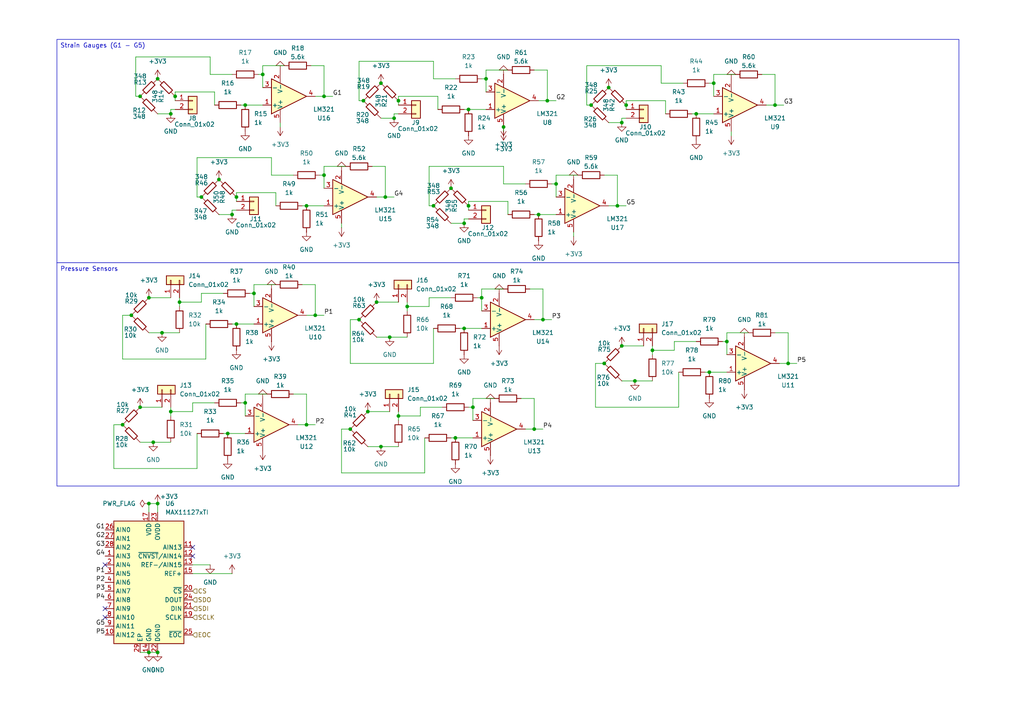
<source format=kicad_sch>
(kicad_sch (version 20231120) (generator "eeschema") (generator_version "8.0")
  (paper "A4")
  (junction (at 40.64 118.11))
  (junction (at 35.56 123.19))
  (junction (at 71.12 116.84))
  (junction (at 93.98 50.8))
  (junction (at 157.48 92.71))
  (junction (at 180.34 100.33))
  (junction (at 88.9 123.19))
  (junction (at 114.3 34.29))
  (junction (at 93.98 27.94))
  (junction (at 38.1 91.44))
  (junction (at 135.89 59.69))
  (junction (at 135.89 31.75))
  (junction (at 52.07 87.63))
  (junction (at 110.49 24.13))
  (junction (at 205.74 107.95))
  (junction (at 68.58 93.98))
  (junction (at 50.8 27.94))
  (junction (at 110.49 129.54))
  (junction (at 44.45 128.27))
  (junction (at 49.53 119.38))
  (junction (at 201.93 33.02))
  (junction (at 161.29 53.34))
  (junction (at 63.5 52.07))
  (junction (at 210.82 99.06))
  (junction (at 115.57 29.21))
  (junction (at 43.18 189.23))
  (junction (at 130.81 54.61))
  (junction (at 45.72 146.05))
  (junction (at 115.57 120.65))
  (junction (at 181.61 30.48))
  (junction (at 134.62 64.77))
  (junction (at 179.07 59.69))
  (junction (at 175.26 105.41))
  (junction (at 118.11 88.9))
  (junction (at 45.72 22.86))
  (junction (at 140.97 22.86))
  (junction (at 184.15 110.49))
  (junction (at 76.2 21.59))
  (junction (at 224.79 30.48))
  (junction (at 66.04 125.73))
  (junction (at 111.76 57.15))
  (junction (at 125.73 59.69))
  (junction (at 71.12 30.48))
  (junction (at 171.45 30.48))
  (junction (at 156.21 62.23))
  (junction (at 113.03 97.79))
  (junction (at 68.58 57.15))
  (junction (at 104.14 92.71))
  (junction (at 58.42 57.15))
  (junction (at 134.62 95.25))
  (junction (at 40.64 27.94))
  (junction (at 101.6 124.46))
  (junction (at 228.6 105.41))
  (junction (at 88.9 59.69))
  (junction (at 73.66 85.09))
  (junction (at 132.08 127))
  (junction (at 49.53 33.02))
  (junction (at 176.53 25.4))
  (junction (at 146.05 36.83))
  (junction (at 105.41 29.21))
  (junction (at 189.23 101.6))
  (junction (at 91.44 91.44))
  (junction (at 106.68 119.38))
  (junction (at 45.72 189.23))
  (junction (at 139.7 86.36))
  (junction (at 154.94 124.46))
  (junction (at 43.18 146.05))
  (junction (at 207.01 24.13))
  (junction (at 180.34 35.56))
  (junction (at 67.31 62.23))
  (junction (at 137.16 118.11))
  (junction (at 43.18 86.36))
  (junction (at 109.22 87.63))
  (junction (at 158.75 29.21))
  (junction (at 46.99 96.52))
  (no_connect (at 30.48 179.07))
  (no_connect (at 30.48 163.83))
  (no_connect (at 55.88 161.29))
  (no_connect (at 55.88 158.75))
  (no_connect (at 30.48 176.53))
  (wire (pts (xy 181.61 34.29) (xy 180.34 34.29)))
  (wire (pts (xy 33.02 135.89) (xy 33.02 123.19)))
  (wire (pts (xy 118.11 88.9) (xy 124.46 88.9)))
  (wire (pts (xy 124.46 59.69) (xy 125.73 59.69)))
  (wire (pts (xy 123.19 127) (xy 123.19 137.16)))
  (wire (pts (xy 195.58 101.6) (xy 195.58 99.06)))
  (wire (pts (xy 39.37 27.94) (xy 40.64 27.94)))
  (wire (pts (xy 195.58 99.06) (xy 201.93 99.06)))
  (wire (pts (xy 77.47 114.3) (xy 71.12 114.3)))
  (wire (pts (xy 146.05 83.82) (xy 139.7 83.82)))
  (wire (pts (xy 91.44 91.44) (xy 91.44 82.55)))
  (wire (pts (xy 57.15 45.72) (xy 57.15 57.15)))
  (wire (pts (xy 58.42 87.63) (xy 58.42 85.09)))
  (wire (pts (xy 106.68 119.38) (xy 113.03 119.38)))
  (wire (pts (xy 99.06 124.46) (xy 101.6 124.46)))
  (wire (pts (xy 228.6 105.41) (xy 228.6 96.52)))
  (wire (pts (xy 125.73 105.41) (xy 101.6 105.41)))
  (wire (pts (xy 58.42 85.09) (xy 64.77 85.09)))
  (wire (pts (xy 73.66 82.55) (xy 73.66 85.09)))
  (wire (pts (xy 60.96 21.59) (xy 67.31 21.59)))
  (wire (pts (xy 132.08 127) (xy 137.16 127)))
  (wire (pts (xy 167.64 50.8) (xy 161.29 50.8)))
  (wire (pts (xy 146.05 53.34) (xy 146.05 48.26)))
  (wire (pts (xy 45.72 146.05) (xy 45.72 148.59)))
  (wire (pts (xy 99.06 66.04) (xy 99.06 64.77)))
  (wire (pts (xy 39.37 16.51) (xy 39.37 27.94)))
  (wire (pts (xy 71.12 114.3) (xy 71.12 116.84)))
  (wire (pts (xy 181.61 30.48) (xy 181.61 31.75)))
  (wire (pts (xy 60.96 16.51) (xy 39.37 16.51)))
  (wire (pts (xy 71.12 116.84) (xy 71.12 120.65)))
  (wire (pts (xy 64.77 125.73) (xy 66.04 125.73)))
  (wire (pts (xy 78.74 50.8) (xy 85.09 50.8)))
  (wire (pts (xy 76.2 19.05) (xy 76.2 21.59)))
  (wire (pts (xy 57.15 57.15) (xy 58.42 57.15)))
  (wire (pts (xy 115.57 27.94) (xy 127 27.94)))
  (wire (pts (xy 43.18 148.59) (xy 43.18 146.05)))
  (wire (pts (xy 78.74 50.8) (xy 78.74 45.72)))
  (wire (pts (xy 151.13 115.57) (xy 154.94 115.57)))
  (wire (pts (xy 82.55 19.05) (xy 76.2 19.05)))
  (wire (pts (xy 125.73 95.25) (xy 125.73 105.41)))
  (wire (pts (xy 157.48 92.71) (xy 154.94 92.71)))
  (wire (pts (xy 63.5 62.23) (xy 67.31 62.23)))
  (wire (pts (xy 101.6 92.71) (xy 104.14 92.71)))
  (wire (pts (xy 147.32 20.32) (xy 140.97 20.32)))
  (wire (pts (xy 118.11 87.63) (xy 118.11 88.9)))
  (wire (pts (xy 172.72 105.41) (xy 175.26 105.41)))
  (wire (pts (xy 72.39 85.09) (xy 73.66 85.09)))
  (wire (pts (xy 40.64 128.27) (xy 44.45 128.27)))
  (wire (pts (xy 90.17 19.05) (xy 93.98 19.05)))
  (wire (pts (xy 220.98 21.59) (xy 224.79 21.59)))
  (wire (pts (xy 33.02 123.19) (xy 35.56 123.19)))
  (wire (pts (xy 88.9 123.19) (xy 86.36 123.19)))
  (wire (pts (xy 68.58 60.96) (xy 67.31 60.96)))
  (wire (pts (xy 146.05 48.26) (xy 124.46 48.26)))
  (wire (pts (xy 59.69 93.98) (xy 59.69 104.14)))
  (wire (pts (xy 110.49 129.54) (xy 115.57 129.54)))
  (wire (pts (xy 115.57 29.21) (xy 115.57 30.48)))
  (wire (pts (xy 184.15 110.49) (xy 189.23 110.49)))
  (wire (pts (xy 207.01 24.13) (xy 207.01 27.94)))
  (wire (pts (xy 161.29 50.8) (xy 161.29 53.34)))
  (wire (pts (xy 158.75 29.21) (xy 156.21 29.21)))
  (wire (pts (xy 146.05 53.34) (xy 152.4 53.34)))
  (wire (pts (xy 49.53 119.38) (xy 55.88 119.38)))
  (wire (pts (xy 140.97 20.32) (xy 140.97 22.86)))
  (wire (pts (xy 93.98 27.94) (xy 91.44 27.94)))
  (wire (pts (xy 158.75 29.21) (xy 158.75 20.32)))
  (wire (pts (xy 156.21 62.23) (xy 161.29 62.23)))
  (wire (pts (xy 212.09 39.37) (xy 212.09 38.1)))
  (wire (pts (xy 78.74 45.72) (xy 57.15 45.72)))
  (wire (pts (xy 175.26 50.8) (xy 179.07 50.8)))
  (wire (pts (xy 55.88 116.84) (xy 62.23 116.84)))
  (wire (pts (xy 143.51 115.57) (xy 137.16 115.57)))
  (wire (pts (xy 93.98 91.44) (xy 91.44 91.44)))
  (wire (pts (xy 43.18 86.36) (xy 49.53 86.36)))
  (wire (pts (xy 73.66 85.09) (xy 73.66 88.9)))
  (wire (pts (xy 180.34 110.49) (xy 184.15 110.49)))
  (wire (pts (xy 49.53 119.38) (xy 49.53 120.65)))
  (wire (pts (xy 88.9 59.69) (xy 93.98 59.69)))
  (wire (pts (xy 46.99 96.52) (xy 52.07 96.52)))
  (wire (pts (xy 118.11 88.9) (xy 118.11 90.17)))
  (wire (pts (xy 124.46 88.9) (xy 124.46 86.36)))
  (wire (pts (xy 205.74 24.13) (xy 207.01 24.13)))
  (wire (pts (xy 69.85 30.48) (xy 71.12 30.48)))
  (wire (pts (xy 146.05 38.1) (xy 146.05 36.83)))
  (wire (pts (xy 121.92 120.65) (xy 121.92 118.11)))
  (wire (pts (xy 96.52 27.94) (xy 93.98 27.94)))
  (wire (pts (xy 207.01 21.59) (xy 207.01 24.13)))
  (wire (pts (xy 68.58 55.88) (xy 68.58 57.15)))
  (wire (pts (xy 135.89 58.42) (xy 147.32 58.42)))
  (wire (pts (xy 179.07 59.69) (xy 176.53 59.69)))
  (wire (pts (xy 68.58 55.88) (xy 80.01 55.88)))
  (wire (pts (xy 104.14 29.21) (xy 105.41 29.21)))
  (wire (pts (xy 50.8 27.94) (xy 50.8 29.21)))
  (wire (pts (xy 115.57 27.94) (xy 115.57 29.21)))
  (wire (pts (xy 55.88 163.83) (xy 60.96 163.83)))
  (wire (pts (xy 161.29 53.34) (xy 161.29 57.15)))
  (wire (pts (xy 147.32 58.42) (xy 147.32 62.23)))
  (wire (pts (xy 62.23 26.67) (xy 62.23 30.48)))
  (wire (pts (xy 138.43 86.36) (xy 139.7 86.36)))
  (wire (pts (xy 110.49 34.29) (xy 114.3 34.29)))
  (wire (pts (xy 154.94 20.32) (xy 158.75 20.32)))
  (wire (pts (xy 55.88 166.37) (xy 67.31 166.37)))
  (wire (pts (xy 133.35 95.25) (xy 134.62 95.25)))
  (wire (pts (xy 66.04 125.73) (xy 71.12 125.73)))
  (wire (pts (xy 137.16 118.11) (xy 137.16 121.92)))
  (wire (pts (xy 153.67 83.82) (xy 157.48 83.82)))
  (wire (pts (xy 74.93 21.59) (xy 76.2 21.59)))
  (wire (pts (xy 170.18 19.05) (xy 170.18 30.48)))
  (wire (pts (xy 121.92 118.11) (xy 128.27 118.11)))
  (wire (pts (xy 135.89 59.69) (xy 135.89 60.96)))
  (wire (pts (xy 179.07 59.69) (xy 179.07 50.8)))
  (wire (pts (xy 170.18 30.48) (xy 171.45 30.48)))
  (wire (pts (xy 85.09 114.3) (xy 88.9 114.3)))
  (wire (pts (xy 217.17 96.52) (xy 210.82 96.52)))
  (wire (pts (xy 93.98 50.8) (xy 93.98 54.61)))
  (wire (pts (xy 111.76 57.15) (xy 109.22 57.15)))
  (wire (pts (xy 111.76 57.15) (xy 111.76 48.26)))
  (wire (pts (xy 135.89 31.75) (xy 140.97 31.75)))
  (wire (pts (xy 107.95 48.26) (xy 111.76 48.26)))
  (wire (pts (xy 123.19 137.16) (xy 99.06 137.16)))
  (wire (pts (xy 139.7 86.36) (xy 139.7 90.17)))
  (wire (pts (xy 114.3 57.15) (xy 111.76 57.15)))
  (wire (pts (xy 40.64 189.23) (xy 43.18 189.23)))
  (wire (pts (xy 181.61 29.21) (xy 193.04 29.21)))
  (wire (pts (xy 154.94 124.46) (xy 154.94 115.57)))
  (wire (pts (xy 160.02 92.71) (xy 157.48 92.71)))
  (wire (pts (xy 140.97 22.86) (xy 140.97 26.67)))
  (wire (pts (xy 125.73 17.78) (xy 104.14 17.78)))
  (wire (pts (xy 100.33 48.26) (xy 93.98 48.26)))
  (wire (pts (xy 44.45 128.27) (xy 49.53 128.27)))
  (wire (pts (xy 135.89 58.42) (xy 135.89 59.69)))
  (wire (pts (xy 189.23 101.6) (xy 189.23 102.87)))
  (wire (pts (xy 69.85 116.84) (xy 71.12 116.84)))
  (wire (pts (xy 49.53 31.75) (xy 49.53 33.02)))
  (wire (pts (xy 180.34 100.33) (xy 186.69 100.33)))
  (wire (pts (xy 40.64 118.11) (xy 46.99 118.11)))
  (wire (pts (xy 67.31 93.98) (xy 68.58 93.98)))
  (wire (pts (xy 130.81 127) (xy 132.08 127)))
  (wire (pts (xy 124.46 48.26) (xy 124.46 59.69)))
  (wire (pts (xy 60.96 21.59) (xy 60.96 16.51)))
  (wire (pts (xy 134.62 63.5) (xy 134.62 64.77)))
  (wire (pts (xy 201.93 33.02) (xy 207.01 33.02)))
  (wire (pts (xy 101.6 105.41) (xy 101.6 92.71)))
  (wire (pts (xy 114.3 33.02) (xy 114.3 34.29)))
  (wire (pts (xy 228.6 105.41) (xy 226.06 105.41)))
  (wire (pts (xy 157.48 124.46) (xy 154.94 124.46)))
  (wire (pts (xy 231.14 105.41) (xy 228.6 105.41)))
  (wire (pts (xy 224.79 30.48) (xy 224.79 21.59)))
  (wire (pts (xy 224.79 30.48) (xy 222.25 30.48)))
  (wire (pts (xy 166.37 68.58) (xy 166.37 67.31)))
  (wire (pts (xy 43.18 146.05) (xy 45.72 146.05)))
  (wire (pts (xy 161.29 29.21) (xy 158.75 29.21)))
  (wire (pts (xy 176.53 35.56) (xy 180.34 35.56)))
  (wire (pts (xy 35.56 104.14) (xy 35.56 91.44)))
  (wire (pts (xy 204.47 107.95) (xy 205.74 107.95)))
  (wire (pts (xy 125.73 22.86) (xy 125.73 17.78)))
  (wire (pts (xy 99.06 137.16) (xy 99.06 124.46)))
  (wire (pts (xy 196.85 118.11) (xy 172.72 118.11)))
  (wire (pts (xy 88.9 123.19) (xy 88.9 114.3)))
  (wire (pts (xy 200.66 33.02) (xy 201.93 33.02)))
  (wire (pts (xy 80.01 55.88) (xy 80.01 59.69)))
  (wire (pts (xy 115.57 119.38) (xy 115.57 120.65)))
  (wire (pts (xy 154.94 62.23) (xy 156.21 62.23)))
  (wire (pts (xy 189.23 100.33) (xy 189.23 101.6)))
  (wire (pts (xy 139.7 22.86) (xy 140.97 22.86)))
  (wire (pts (xy 52.07 86.36) (xy 52.07 87.63)))
  (wire (pts (xy 87.63 82.55) (xy 91.44 82.55)))
  (wire (pts (xy 130.81 64.77) (xy 134.62 64.77)))
  (wire (pts (xy 196.85 107.95) (xy 196.85 118.11)))
  (wire (pts (xy 191.77 24.13) (xy 198.12 24.13)))
  (wire (pts (xy 134.62 31.75) (xy 135.89 31.75)))
  (wire (pts (xy 104.14 17.78) (xy 104.14 29.21)))
  (wire (pts (xy 106.68 129.54) (xy 110.49 129.54)))
  (wire (pts (xy 43.18 96.52) (xy 46.99 96.52)))
  (wire (pts (xy 115.57 120.65) (xy 115.57 121.92)))
  (wire (pts (xy 52.07 87.63) (xy 58.42 87.63)))
  (wire (pts (xy 115.57 120.65) (xy 121.92 120.65)))
  (wire (pts (xy 68.58 57.15) (xy 68.58 58.42)))
  (wire (pts (xy 205.74 107.95) (xy 210.82 107.95)))
  (wire (pts (xy 87.63 59.69) (xy 88.9 59.69)))
  (wire (pts (xy 181.61 29.21) (xy 181.61 30.48)))
  (wire (pts (xy 55.88 119.38) (xy 55.88 116.84)))
  (wire (pts (xy 91.44 91.44) (xy 88.9 91.44)))
  (wire (pts (xy 91.44 123.19) (xy 88.9 123.19)))
  (wire (pts (xy 210.82 96.52) (xy 210.82 99.06)))
  (wire (pts (xy 227.33 30.48) (xy 224.79 30.48)))
  (wire (pts (xy 224.79 96.52) (xy 228.6 96.52)))
  (wire (pts (xy 57.15 125.73) (xy 57.15 135.89)))
  (wire (pts (xy 45.72 33.02) (xy 49.53 33.02)))
  (wire (pts (xy 35.56 91.44) (xy 38.1 91.44)))
  (wire (pts (xy 191.77 24.13) (xy 191.77 19.05)))
  (wire (pts (xy 210.82 99.06) (xy 210.82 102.87)))
  (wire (pts (xy 109.22 97.79) (xy 113.03 97.79)))
  (wire (pts (xy 93.98 48.26) (xy 93.98 50.8)))
  (wire (pts (xy 154.94 124.46) (xy 152.4 124.46)))
  (wire (pts (xy 68.58 93.98) (xy 73.66 93.98)))
  (wire (pts (xy 50.8 26.67) (xy 62.23 26.67)))
  (wire (pts (xy 71.12 30.48) (xy 76.2 30.48)))
  (wire (pts (xy 181.61 59.69) (xy 179.07 59.69)))
  (wire (pts (xy 50.8 26.67) (xy 50.8 27.94)))
  (wire (pts (xy 191.77 19.05) (xy 170.18 19.05)))
  (wire (pts (xy 135.89 118.11) (xy 137.16 118.11)))
  (wire (pts (xy 109.22 87.63) (xy 115.57 87.63)))
  (wire (pts (xy 52.07 87.63) (xy 52.07 88.9)))
  (wire (pts (xy 50.8 31.75) (xy 49.53 31.75)))
  (wire (pts (xy 137.16 115.57) (xy 137.16 118.11)))
  (wire (pts (xy 67.31 60.96) (xy 67.31 62.23)))
  (wire (pts (xy 115.57 33.02) (xy 114.3 33.02)))
  (wire (pts (xy 57.15 135.89) (xy 33.02 135.89)))
  (wire (pts (xy 124.46 86.36) (xy 130.81 86.36)))
  (wire (pts (xy 134.62 95.25) (xy 139.7 95.25)))
  (wire (pts (xy 157.48 92.71) (xy 157.48 83.82)))
  (wire (pts (xy 209.55 99.06) (xy 210.82 99.06)))
  (wire (pts (xy 43.18 189.23) (xy 45.72 189.23)))
  (wire (pts (xy 80.01 82.55) (xy 73.66 82.55)))
  (wire (pts (xy 59.69 104.14) (xy 35.56 104.14)))
  (wire (pts (xy 189.23 101.6) (xy 195.58 101.6)))
  (wire (pts (xy 113.03 97.79) (xy 118.11 97.79)))
  (wire (pts (xy 135.89 63.5) (xy 134.62 63.5)))
  (wire (pts (xy 160.02 53.34) (xy 161.29 53.34)))
  (wire (pts (xy 92.71 50.8) (xy 93.98 50.8)))
  (wire (pts (xy 213.36 21.59) (xy 207.01 21.59)))
  (wire (pts (xy 125.73 22.86) (xy 132.08 22.86)))
  (wire (pts (xy 139.7 83.82) (xy 139.7 86.36)))
  (wire (pts (xy 81.28 36.83) (xy 81.28 35.56)))
  (wire (pts (xy 93.98 27.94) (xy 93.98 19.05)))
  (wire (pts (xy 180.34 34.29) (xy 180.34 35.56)))
  (wire (pts (xy 127 27.94) (xy 127 31.75)))
  (wire (pts (xy 76.2 21.59) (xy 76.2 25.4)))
  (wire (pts (xy 172.72 118.11) (xy 172.72 105.41)))
  (wire (pts (xy 49.53 118.11) (xy 49.53 119.38)))
  (wire (pts (xy 193.04 29.21) (xy 193.04 33.02)))
  (text_box "Pressure Sensors\n" (at 16.51 76.2 0) (size 261.62 64.77) (effects (font (size 1.27 1.27)) (justify left top)))
  (text_box "Strain Gauges (G1 - G5)\n" (at 16.51 11.43 0) (size 261.62 64.77) (effects (font (size 1.27 1.27)) (justify left top)))
  (label "P5" (at 231.14 105.41 0))
  (label "P3" (at 160.02 92.71 0))
  (label "G4" (at 114.3 57.15 0))
  (label "G3" (at 227.33 30.48 0))
  (label "G2" (at 30.48 156.21 180))
  (label "P4" (at 30.48 173.99 180))
  (label "P2" (at 91.44 123.19 0))
  (label "G5" (at 181.61 59.69 0))
  (label "P5" (at 30.48 184.15 180))
  (label "P1" (at 93.98 91.44 0))
  (label "P3" (at 30.48 171.45 180))
  (label "G2" (at 161.29 29.21 0))
  (label "P1" (at 30.48 166.37 180))
  (label "G5" (at 30.48 181.61 180))
  (label "P2" (at 30.48 168.91 180))
  (label "P4" (at 157.48 124.46 0))
  (label "G1" (at 96.52 27.94 0))
  (label "G1" (at 30.48 153.67 180))
  (label "G3" (at 30.48 158.75 180))
  (label "G4" (at 30.48 161.29 180))
  (hierarchical_label "CS" (shape input) (at 55.88 171.45 0))
  (hierarchical_label "SDO" (shape input) (at 55.88 173.99 0))
  (hierarchical_label "EOC" (shape input) (at 55.88 184.15 0))
  (hierarchical_label "SDI" (shape input) (at 55.88 176.53 0))
  (hierarchical_label "SCLK" (shape input) (at 55.88 179.07 0))
  (symbol (lib_id "power:PWR_FLAG") (at 43.18 146.05 90) (unit 1)
    (property "Reference" "#FLG05" (effects (hide yes)))
    (property "Value" "PWR_FLAG" (at 39.37 146.0499 90) (effects (justify left)))
    (property "Description" "Special symbol for telling ERC where power comes from" (effects (hide yes)))
  )
  (symbol (lib_id "Device:R") (at 86.36 19.05 90) (unit 1)
    (property "Reference" "R18" (at 86.36 13.97 90))
    (property "Value" "5.6k" (at 86.36 16.51 90))
    (property "Footprint" "Resistor_SMD:R_0402_1005Metric_Pad0.72x0.64mm_HandSolder" (effects (hide yes)))
    (property "Description" "Resistor" (effects (hide yes)))
  )
  (symbol (lib_id "Connector_Generic:Conn_01x02") (at 115.57 82.55 90) (unit 1)
    (property "Reference" "J16" (at 120.65 81.2799 90) (effects (justify right)))
    (property "Value" "Conn_01x02" (at 120.65 83.8199 90) (effects (justify right)))
    (property "Footprint" "Connector_Wire:SolderWire-0.1sqmm_1x02_P3.6mm_D0.4mm_OD1mm" (effects (hide yes)))
    (property "Description" "Generic connector, single row, 01x02, script generated (kicad-library-utils/schlib/autogen/connector/)" (effects (hide yes)))
  )
  (symbol (lib_id "power:GND") (at 114.3 34.29 0) (unit 1)
    (property "Reference" "#PWR056" (effects (hide yes)))
    (property "Value" "GND" (at 114.3 39.37 0))
    (property "Description" "Power symbol creates a global label with name \"GND\" , ground" (effects (hide yes)))
  )
  (symbol (lib_id "power:GND") (at 71.12 38.1 0) (unit 1)
    (property "Reference" "#PWR057" (effects (hide yes)))
    (property "Value" "GND" (at 71.12 43.18 0))
    (property "Description" "Power symbol creates a global label with name \"GND\" , ground" (effects (hide yes)))
  )
  (symbol (lib_id "Connector_Generic:Conn_01x02") (at 55.88 29.21 0) (unit 1)
    (property "Reference" "J8" (at 54.61 34.29 0) (effects (justify left)))
    (property "Value" "Conn_01x02" (at 50.546 36.068 0) (effects (justify left)))
    (property "Footprint" "Connector_Wire:SolderWire-0.1sqmm_1x02_P3.6mm_D0.4mm_OD1mm" (effects (hide yes)))
    (property "Description" "Generic connector, single row, 01x02, script generated (kicad-library-utils/schlib/autogen/connector/)" (effects (hide yes)))
  )
  (symbol (lib_id "Device:R_45deg") (at 43.18 25.4 90) (unit 1)
    (property "Reference" "R13" (at 40.64 23.876 90))
    (property "Value" "348" (at 40.64 22.098 90))
    (property "Footprint" "Resistor_SMD:R_0402_1005Metric_Pad0.72x0.64mm_HandSolder" (effects (hide yes)))
    (property "Description" "Resistor, rotated by 45°" (effects (hide yes)))
  )
  (symbol (lib_id "Connector_Generic:Conn_01x02") (at 49.53 81.28 90) (unit 1)
    (property "Reference" "J14" (at 54.61 80.0099 90) (effects (justify right)))
    (property "Value" "Conn_01x02" (at 54.61 82.5499 90) (effects (justify right)))
    (property "Footprint" "Connector_Wire:SolderWire-0.1sqmm_1x02_P3.6mm_D0.4mm_OD1mm" (effects (hide yes)))
    (property "Description" "Generic connector, single row, 01x02, script generated (kicad-library-utils/schlib/autogen/connector/)" (effects (hide yes)))
  )
  (symbol (lib_id "Device:R_45deg") (at 177.8 102.87 90) (unit 1)
    (property "Reference" "R75" (at 175.26 101.346 90))
    (property "Value" "10k" (at 175.26 99.568 90))
    (property "Footprint" "Resistor_SMD:R_0402_1005Metric_Pad0.72x0.64mm_HandSolder" (effects (hide yes)))
    (property "Description" "Resistor, rotated by 45°" (effects (hide yes)))
  )
  (symbol (lib_id "Device:R") (at 151.13 20.32 90) (unit 1)
    (property "Reference" "R61" (at 151.13 15.24 90))
    (property "Value" "5.6k" (at 151.13 17.78 90))
    (property "Footprint" "Resistor_SMD:R_0402_1005Metric_Pad0.72x0.64mm_HandSolder" (effects (hide yes)))
    (property "Description" "Resistor" (effects (hide yes)))
  )
  (symbol (lib_id "power:+3V3") (at 106.68 119.38 0) (unit 1)
    (property "Reference" "#PWR073" (effects (hide yes)))
    (property "Value" "+3V3" (at 106.68 114.3 0))
    (property "Description" "Power symbol creates a global label with name \"+3V3\"" (effects (hide yes)))
  )
  (symbol (lib_id "Device:R") (at 201.93 24.13 90) (unit 1)
    (property "Reference" "R44" (at 201.93 17.78 90))
    (property "Value" "1k" (at 201.93 20.32 90))
    (property "Footprint" "Resistor_SMD:R_0402_1005Metric_Pad0.72x0.64mm_HandSolder" (effects (hide yes)))
    (property "Description" "Resistor" (effects (hide yes)))
  )
  (symbol (lib_id "Device:R_45deg") (at 173.99 27.94 90) (unit 1)
    (property "Reference" "R25" (at 171.45 26.416 90))
    (property "Value" "348" (at 171.45 24.638 90))
    (property "Footprint" "Resistor_SMD:R_0402_1005Metric_Pad0.72x0.64mm_HandSolder" (effects (hide yes)))
    (property "Description" "Resistor, rotated by 45°" (effects (hide yes)))
  )
  (symbol (lib_id "Device:R") (at 220.98 96.52 90) (unit 1)
    (property "Reference" "R81" (at 220.98 91.44 90))
    (property "Value" "1k" (at 220.98 93.98 90))
    (property "Footprint" "Resistor_SMD:R_0402_1005Metric_Pad0.72x0.64mm_HandSolder" (effects (hide yes)))
    (property "Description" "Resistor" (effects (hide yes)))
  )
  (symbol (lib_id "power:GND") (at 156.21 69.85 0) (unit 1)
    (property "Reference" "#PWR083" (effects (hide yes)))
    (property "Value" "GND" (at 156.21 74.93 0))
    (property "Description" "Power symbol creates a global label with name \"GND\" , ground" (effects (hide yes)))
  )
  (symbol (lib_id "power:GND") (at 43.18 189.23 0) (unit 1)
    (property "Reference" "#PWR049" (effects (hide yes)))
    (property "Value" "GND" (at 43.18 194.31 0))
    (property "Description" "Power symbol creates a global label with name \"GND\" , ground" (effects (hide yes)))
  )
  (symbol (lib_id "Device:R") (at 196.85 33.02 90) (unit 1)
    (property "Reference" "R43" (at 196.85 26.67 90))
    (property "Value" "1k" (at 196.85 29.21 90))
    (property "Footprint" "Resistor_SMD:R_0402_1005Metric_Pad0.72x0.64mm_HandSolder" (effects (hide yes)))
    (property "Description" "Resistor" (effects (hide yes)))
  )
  (symbol (lib_id "Device:R") (at 104.14 48.26 90) (unit 1)
    (property "Reference" "R52" (at 104.14 43.18 90))
    (property "Value" "5.6k" (at 104.14 45.72 90))
    (property "Footprint" "Resistor_SMD:R_0402_1005Metric_Pad0.72x0.64mm_HandSolder" (effects (hide yes)))
    (property "Description" "Resistor" (effects (hide yes)))
  )
  (symbol (lib_id "Connector_Generic:Conn_01x02") (at 140.97 60.96 0) (unit 1)
    (property "Reference" "J12" (at 139.7 66.04 0) (effects (justify left)))
    (property "Value" "Conn_01x02" (at 135.636 67.818 0) (effects (justify left)))
    (property "Footprint" "Connector_Wire:SolderWire-0.1sqmm_1x02_P3.6mm_D0.4mm_OD1mm" (effects (hide yes)))
    (property "Description" "Generic connector, single row, 01x02, script generated (kicad-library-utils/schlib/autogen/connector/)" (effects (hide yes)))
  )
  (symbol (lib_id "Device:R") (at 132.08 130.81 0) (unit 1)
    (property "Reference" "R70" (at 134.62 129.5399 0) (effects (justify left)))
    (property "Value" "1k" (at 134.62 132.0799 0) (effects (justify left)))
    (property "Footprint" "Resistor_SMD:R_0402_1005Metric_Pad0.72x0.64mm_HandSolder" (effects (hide yes)))
    (property "Description" "Resistor" (effects (hide yes)))
  )
  (symbol (lib_id "power:+3V3") (at 40.64 118.11 0) (unit 1)
    (property "Reference" "#PWR067" (effects (hide yes)))
    (property "Value" "+3V3" (at 40.64 113.03 0))
    (property "Description" "Power symbol creates a global label with name \"+3V3\"" (effects (hide yes)))
  )
  (symbol (lib_id "power:GND") (at 60.96 163.83 0) (unit 1)
    (property "Reference" "#PWR052" (effects (hide yes)))
    (property "Value" "GND" (at 60.96 168.91 0))
    (property "Description" "Power symbol creates a global label with name \"GND\" , ground" (effects (hide yes)))
  )
  (symbol (lib_id "Device:R") (at 68.58 97.79 0) (unit 1)
    (property "Reference" "R38" (at 71.12 96.5199 0) (effects (justify left)))
    (property "Value" "1k" (at 71.12 99.0599 0) (effects (justify left)))
    (property "Footprint" "Resistor_SMD:R_0402_1005Metric_Pad0.72x0.64mm_HandSolder" (effects (hide yes)))
    (property "Description" "Resistor" (effects (hide yes)))
  )
  (symbol (lib_id "Device:R") (at 71.12 34.29 0) (unit 1)
    (property "Reference" "R15" (at 73.66 33.0199 0) (effects (justify left)))
    (property "Value" "1k" (at 73.66 35.5599 0) (effects (justify left)))
    (property "Footprint" "Resistor_SMD:R_0402_1005Metric_Pad0.72x0.64mm_HandSolder" (effects (hide yes)))
    (property "Description" "Resistor" (effects (hide yes)))
  )
  (symbol (lib_id "Device:R") (at 88.9 63.5 0) (unit 1)
    (property "Reference" "R51" (at 91.44 62.2299 0) (effects (justify left)))
    (property "Value" "1k" (at 91.44 64.7699 0) (effects (justify left)))
    (property "Footprint" "Resistor_SMD:R_0402_1005Metric_Pad0.72x0.64mm_HandSolder" (effects (hide yes)))
    (property "Description" "Resistor" (effects (hide yes)))
  )
  (symbol (lib_id "power:GND") (at 215.9 97.79 180) (unit 1)
    (property "Reference" "#PWR096" (effects (hide yes)))
    (property "Value" "GND" (at 215.9 92.71 0))
    (property "Description" "Power symbol creates a global label with name \"GND\" , ground" (effects (hide yes)))
  )
  (symbol (lib_id "power:+3V3") (at 212.09 39.37 0) (mirror x) (unit 1)
    (property "Reference" "#PWR098" (effects (hide yes)))
    (property "Value" "+3V3" (at 212.09 44.45 0))
    (property "Description" "Power symbol creates a global label with name \"+3V3\"" (effects (hide yes)))
  )
  (symbol (lib_id "Device:R") (at 68.58 85.09 90) (unit 1)
    (property "Reference" "R37" (at 68.58 78.74 90))
    (property "Value" "1k" (at 68.58 81.28 90))
    (property "Footprint" "Resistor_SMD:R_0402_1005Metric_Pad0.72x0.64mm_HandSolder" (effects (hide yes)))
    (property "Description" "Resistor" (effects (hide yes)))
  )
  (symbol (lib_id "Amplifier_Operational:LM321") (at 214.63 30.48 0) (mirror x) (unit 1)
    (property "Reference" "U9" (at 224.79 36.7986 0))
    (property "Value" "LM321" (at 224.79 34.2586 0))
    (property "Footprint" "Package_TO_SOT_SMD:SOT-23-5" (effects (hide yes)))
    (property "Datasheet" "http://www.ti.com/lit/ds/symlink/lm321.pdf" (effects (hide yes)))
    (property "Description" "Low Power Single Operational Amplifier, SOT-23-5" (effects (hide yes)))
  )
  (symbol (lib_id "Connector_Generic:Conn_01x02") (at 120.65 30.48 0) (unit 1)
    (property "Reference" "J9" (at 119.38 35.56 0) (effects (justify left)))
    (property "Value" "Conn_01x02" (at 115.316 37.338 0) (effects (justify left)))
    (property "Footprint" "Connector_Wire:SolderWire-0.1sqmm_1x02_P3.6mm_D0.4mm_OD1mm" (effects (hide yes)))
    (property "Description" "Generic connector, single row, 01x02, script generated (kicad-library-utils/schlib/autogen/connector/)" (effects (hide yes)))
  )
  (symbol (lib_id "power:GND") (at 184.15 110.49 0) (unit 1)
    (property "Reference" "#PWR080" (effects (hide yes)))
    (property "Value" "GND" (at 184.15 115.57 0))
    (property "Description" "Power symbol creates a global label with name \"GND\" , ground" (effects (hide yes)))
  )
  (symbol (lib_id "Device:R_45deg") (at 104.14 121.92 90) (unit 1)
    (property "Reference" "R41" (at 101.6 120.396 90))
    (property "Value" "10k" (at 101.6 118.618 90))
    (property "Footprint" "Resistor_SMD:R_0402_1005Metric_Pad0.72x0.64mm_HandSolder" (effects (hide yes)))
    (property "Description" "Resistor, rotated by 45°" (effects (hide yes)))
  )
  (symbol (lib_id "Amplifier_Operational:LM321") (at 144.78 124.46 0) (mirror x) (unit 1)
    (property "Reference" "U13" (at 154.94 130.7786 0))
    (property "Value" "LM321" (at 154.94 128.2386 0))
    (property "Footprint" "Package_TO_SOT_SMD:SOT-23-5" (effects (hide yes)))
    (property "Datasheet" "http://www.ti.com/lit/ds/symlink/lm321.pdf" (effects (hide yes)))
    (property "Description" "Low Power Single Operational Amplifier, SOT-23-5" (effects (hide yes)))
  )
  (symbol (lib_id "Device:R") (at 83.82 59.69 90) (unit 1)
    (property "Reference" "R49" (at 83.82 53.34 90))
    (property "Value" "1k" (at 83.82 55.88 90))
    (property "Footprint" "Resistor_SMD:R_0402_1005Metric_Pad0.72x0.64mm_HandSolder" (effects (hide yes)))
    (property "Description" "Resistor" (effects (hide yes)))
  )
  (symbol (lib_id "power:GND") (at 201.93 40.64 0) (unit 1)
    (property "Reference" "#PWR061" (effects (hide yes)))
    (property "Value" "GND" (at 201.93 45.72 0))
    (property "Description" "Power symbol creates a global label with name \"GND\" , ground" (effects (hide yes)))
  )
  (symbol (lib_id "power:GND") (at 46.99 96.52 0) (unit 1)
    (property "Reference" "#PWR070" (effects (hide yes)))
    (property "Value" "GND" (at 46.99 101.6 0))
    (property "Description" "Power symbol creates a global label with name \"GND\" , ground" (effects (hide yes)))
  )
  (symbol (lib_id "Amplifier_Operational:LM321") (at 81.28 91.44 0) (mirror x) (unit 1)
    (property "Reference" "U10" (at 91.44 97.7586 0))
    (property "Value" "LM321" (at 91.44 95.2186 0))
    (property "Footprint" "Package_TO_SOT_SMD:SOT-23-5" (effects (hide yes)))
    (property "Datasheet" "http://www.ti.com/lit/ds/symlink/lm321.pdf" (effects (hide yes)))
    (property "Description" "Low Power Single Operational Amplifier, SOT-23-5" (effects (hide yes)))
  )
  (symbol (lib_id "Device:R") (at 83.82 82.55 90) (unit 1)
    (property "Reference" "R40" (at 83.82 77.47 90))
    (property "Value" "1k" (at 83.82 80.01 90))
    (property "Footprint" "Resistor_SMD:R_0402_1005Metric_Pad0.72x0.64mm_HandSolder" (effects (hide yes)))
    (property "Description" "Resistor" (effects (hide yes)))
  )
  (symbol (lib_id "power:+3V3") (at 176.53 25.4 0) (unit 1)
    (property "Reference" "#PWR059" (effects (hide yes)))
    (property "Value" "+3V3" (at 176.53 20.32 0))
    (property "Description" "Power symbol creates a global label with name \"+3V3\"" (effects (hide yes)))
  )
  (symbol (lib_id "Device:R_45deg") (at 38.1 120.65 90) (unit 1)
    (property "Reference" "R27" (at 35.56 119.126 90))
    (property "Value" "10k" (at 35.56 117.348 90))
    (property "Footprint" "Resistor_SMD:R_0402_1005Metric_Pad0.72x0.64mm_HandSolder" (effects (hide yes)))
    (property "Description" "Resistor, rotated by 45°" (effects (hide yes)))
  )
  (symbol (lib_id "power:+3V3") (at 144.78 100.33 180) (unit 1)
    (property "Reference" "#PWR088" (effects (hide yes)))
    (property "Value" "+3V3" (at 144.78 105.41 0))
    (property "Description" "Power symbol creates a global label with name \"+3V3\"" (effects (hide yes)))
  )
  (symbol (lib_id "Amplifier_Operational:LM321") (at 101.6 57.15 0) (mirror x) (unit 1)
    (property "Reference" "U15" (at 111.76 63.4686 0))
    (property "Value" "LM321" (at 111.76 60.9286 0))
    (property "Footprint" "Package_TO_SOT_SMD:SOT-23-5" (effects (hide yes)))
    (property "Datasheet" "http://www.ti.com/lit/ds/symlink/lm321.pdf" (effects (hide yes)))
    (property "Description" "Low Power Single Operational Amplifier, SOT-23-5" (effects (hide yes)))
  )
  (symbol (lib_id "power:GND") (at 180.34 35.56 0) (unit 1)
    (property "Reference" "#PWR060" (effects (hide yes)))
    (property "Value" "GND" (at 180.34 40.64 0))
    (property "Description" "Power symbol creates a global label with name \"GND\" , ground" (effects (hide yes)))
  )
  (symbol (lib_id "Device:R") (at 217.17 21.59 90) (unit 1)
    (property "Reference" "R60" (at 217.17 16.51 90))
    (property "Value" "5.6k" (at 217.17 19.05 90))
    (property "Footprint" "Resistor_SMD:R_0402_1005Metric_Pad0.72x0.64mm_HandSolder" (effects (hide yes)))
    (property "Description" "Resistor" (effects (hide yes)))
  )
  (symbol (lib_id "power:+3V3") (at 81.28 36.83 0) (mirror x) (unit 1)
    (property "Reference" "#PWR0100" (effects (hide yes)))
    (property "Value" "+3V3" (at 81.28 41.91 0))
    (property "Description" "Power symbol creates a global label with name \"+3V3\"" (effects (hide yes)))
  )
  (symbol (lib_id "Device:R") (at 66.04 116.84 90) (unit 1)
    (property "Reference" "R35" (at 66.04 110.49 90))
    (property "Value" "1k" (at 66.04 113.03 90))
    (property "Footprint" "Resistor_SMD:R_0402_1005Metric_Pad0.72x0.64mm_HandSolder" (effects (hide yes)))
    (property "Description" "Resistor" (effects (hide yes)))
  )
  (symbol (lib_id "power:GND") (at 212.09 22.86 0) (mirror x) (unit 1)
    (property "Reference" "#PWR097" (effects (hide yes)))
    (property "Value" "GND" (at 212.09 17.78 0))
    (property "Description" "Power symbol creates a global label with name \"GND\" , ground" (effects (hide yes)))
  )
  (symbol (lib_id "power:+3V3") (at 166.37 68.58 0) (mirror x) (unit 1)
    (property "Reference" "#PWR085" (effects (hide yes)))
    (property "Value" "+3V3" (at 166.37 73.66 0))
    (property "Description" "Power symbol creates a global label with name \"+3V3\"" (effects (hide yes)))
  )
  (symbol (lib_id "power:GND") (at 142.24 116.84 180) (unit 1)
    (property "Reference" "#PWR094" (effects (hide yes)))
    (property "Value" "GND" (at 142.24 111.76 0))
    (property "Description" "Power symbol creates a global label with name \"GND\" , ground" (effects (hide yes)))
  )
  (symbol (lib_id "power:GND") (at 76.2 115.57 180) (unit 1)
    (property "Reference" "#PWR095" (effects (hide yes)))
    (property "Value" "GND" (at 76.2 110.49 0))
    (property "Description" "Power symbol creates a global label with name \"GND\" , ground" (effects (hide yes)))
  )
  (symbol (lib_id "Device:R") (at 115.57 125.73 0) (unit 1)
    (property "Reference" "R65" (at 118.11 124.4599 0) (effects (justify left)))
    (property "Value" "10k" (at 118.11 126.9999 0) (effects (justify left)))
    (property "Footprint" "Resistor_SMD:R_0402_1005Metric_Pad0.72x0.64mm_HandSolder" (effects (hide yes)))
    (property "Description" "Resistor" (effects (hide yes)))
  )
  (symbol (lib_id "Connector_Generic:Conn_01x02") (at 186.69 95.25 90) (unit 1)
    (property "Reference" "J17" (at 191.77 93.9799 90) (effects (justify right)))
    (property "Value" "Conn_01x02" (at 191.77 96.5199 90) (effects (justify right)))
    (property "Footprint" "Connector_Wire:SolderWire-0.1sqmm_1x02_P3.6mm_D0.4mm_OD1mm" (effects (hide yes)))
    (property "Description" "Generic connector, single row, 01x02, script generated (kicad-library-utils/schlib/autogen/connector/)" (effects (hide yes)))
  )
  (symbol (lib_id "Device:R") (at 151.13 62.23 90) (unit 1)
    (property "Reference" "R56" (at 151.13 55.88 90))
    (property "Value" "1k" (at 151.13 58.42 90))
    (property "Footprint" "Resistor_SMD:R_0402_1005Metric_Pad0.72x0.64mm_HandSolder" (effects (hide yes)))
    (property "Description" "Resistor" (effects (hide yes)))
  )
  (symbol (lib_id "Device:R") (at 132.08 118.11 90) (unit 1)
    (property "Reference" "R69" (at 132.08 111.76 90))
    (property "Value" "1k" (at 132.08 114.3 90))
    (property "Footprint" "Resistor_SMD:R_0402_1005Metric_Pad0.72x0.64mm_HandSolder" (effects (hide yes)))
    (property "Description" "Resistor" (effects (hide yes)))
  )
  (symbol (lib_id "Device:R") (at 156.21 53.34 90) (unit 1)
    (property "Reference" "R57" (at 156.21 46.99 90))
    (property "Value" "1k" (at 156.21 49.53 90))
    (property "Footprint" "Resistor_SMD:R_0402_1005Metric_Pad0.72x0.64mm_HandSolder" (effects (hide yes)))
    (property "Description" "Resistor" (effects (hide yes)))
  )
  (symbol (lib_id "Device:R") (at 129.54 95.25 90) (unit 1)
    (property "Reference" "R68" (at 129.54 88.9 90))
    (property "Value" "1k" (at 129.54 91.44 90))
    (property "Footprint" "Resistor_SMD:R_0402_1005Metric_Pad0.72x0.64mm_HandSolder" (effects (hide yes)))
    (property "Description" "Resistor" (effects (hide yes)))
  )
  (symbol (lib_id "power:+3V3") (at 146.05 36.83 0) (mirror x) (unit 1)
    (property "Reference" "#PWR058" (effects (hide yes)))
    (property "Value" "+3V3" (at 146.05 41.91 0))
    (property "Description" "Power symbol creates a global label with name \"+3V3\"" (effects (hide yes)))
  )
  (symbol (lib_id "Device:R") (at 60.96 125.73 90) (unit 1)
    (property "Reference" "R33" (at 60.96 119.38 90))
    (property "Value" "1k" (at 60.96 121.92 90))
    (property "Footprint" "Resistor_SMD:R_0402_1005Metric_Pad0.72x0.64mm_HandSolder" (effects (hide yes)))
    (property "Description" "Resistor" (effects (hide yes)))
  )
  (symbol (lib_id "power:GND") (at 68.58 101.6 0) (unit 1)
    (property "Reference" "#PWR072" (effects (hide yes)))
    (property "Value" "GND" (at 68.58 106.68 0))
    (property "Description" "Power symbol creates a global label with name \"GND\" , ground" (effects (hide yes)))
  )
  (symbol (lib_id "Device:R_45deg") (at 60.96 54.61 90) (unit 1)
    (property "Reference" "R46" (at 58.42 53.086 90))
    (property "Value" "348" (at 58.42 51.308 90))
    (property "Footprint" "Resistor_SMD:R_0402_1005Metric_Pad0.72x0.64mm_HandSolder" (effects (hide yes)))
    (property "Description" "Resistor, rotated by 45°" (effects (hide yes)))
  )
  (symbol (lib_id "power:GND") (at 45.72 189.23 0) (unit 1)
    (property "Reference" "#PWR050" (effects (hide yes)))
    (property "Value" "GND" (at 45.72 194.31 0))
    (property "Description" "Power symbol creates a global label with name \"GND\" , ground" (effects (hide yes)))
  )
  (symbol (lib_id "Amplifier_Operational:LM321") (at 168.91 59.69 0) (mirror x) (unit 1)
    (property "Reference" "U17" (at 179.07 66.0086 0))
    (property "Value" "LM321" (at 179.07 63.4686 0))
    (property "Footprint" "Package_TO_SOT_SMD:SOT-23-5" (effects (hide yes)))
    (property "Datasheet" "http://www.ti.com/lit/ds/symlink/lm321.pdf" (effects (hide yes)))
    (property "Description" "Low Power Single Operational Amplifier, SOT-23-5" (effects (hide yes)))
  )
  (symbol (lib_id "power:GND") (at 49.53 33.02 0) (unit 1)
    (property "Reference" "#PWR054" (effects (hide yes)))
    (property "Value" "GND" (at 49.53 38.1 0))
    (property "Description" "Power symbol creates a global label with name \"GND\" , ground" (effects (hide yes)))
  )
  (symbol (lib_id "power:+3V3") (at 146.05 38.1 0) (mirror x) (unit 1)
    (property "Reference" "#PWR0103" (effects (hide yes)))
    (property "Value" "+3V3" (at 146.05 43.18 0))
    (property "Description" "Power symbol creates a global label with name \"+3V3\"" (effects (hide yes)))
  )
  (symbol (lib_id "Device:R") (at 66.04 129.54 0) (unit 1)
    (property "Reference" "R36" (at 68.58 128.2699 0) (effects (justify left)))
    (property "Value" "1k" (at 68.58 130.8099 0) (effects (justify left)))
    (property "Footprint" "Resistor_SMD:R_0402_1005Metric_Pad0.72x0.64mm_HandSolder" (effects (hide yes)))
    (property "Description" "Resistor" (effects (hide yes)))
  )
  (symbol (lib_id "Connector_Generic:Conn_01x02") (at 186.69 31.75 0) (unit 1)
    (property "Reference" "J10" (at 185.42 36.83 0) (effects (justify left)))
    (property "Value" "Conn_01x02" (at 181.356 38.608 0) (effects (justify left)))
    (property "Footprint" "Connector_Wire:SolderWire-0.1sqmm_1x02_P3.6mm_D0.4mm_OD1mm" (effects (hide yes)))
    (property "Description" "Generic connector, single row, 01x02, script generated (kicad-library-utils/schlib/autogen/connector/)" (effects (hide yes)))
  )
  (symbol (lib_id "power:GND") (at 88.9 67.31 0) (unit 1)
    (property "Reference" "#PWR064" (effects (hide yes)))
    (property "Value" "GND" (at 88.9 72.39 0))
    (property "Description" "Power symbol creates a global label with name \"GND\" , ground" (effects (hide yes)))
  )
  (symbol (lib_id "power:GND") (at 146.05 21.59 0) (mirror x) (unit 1)
    (property "Reference" "#PWR0102" (effects (hide yes)))
    (property "Value" "GND" (at 146.05 16.51 0))
    (property "Description" "Power symbol creates a global label with name \"GND\" , ground" (effects (hide yes)))
  )
  (symbol (lib_id "Device:R") (at 88.9 50.8 90) (unit 1)
    (property "Reference" "R50" (at 88.9 44.45 90))
    (property "Value" "1k" (at 88.9 46.99 90))
    (property "Footprint" "Resistor_SMD:R_0402_1005Metric_Pad0.72x0.64mm_HandSolder" (effects (hide yes)))
    (property "Description" "Resistor" (effects (hide yes)))
  )
  (symbol (lib_id "Device:R") (at 156.21 66.04 0) (unit 1)
    (property "Reference" "R58" (at 158.75 64.7699 0) (effects (justify left)))
    (property "Value" "1k" (at 158.75 67.3099 0) (effects (justify left)))
    (property "Footprint" "Resistor_SMD:R_0402_1005Metric_Pad0.72x0.64mm_HandSolder" (effects (hide yes)))
    (property "Description" "Resistor" (effects (hide yes)))
  )
  (symbol (lib_id "power:GND") (at 81.28 20.32 0) (mirror x) (unit 1)
    (property "Reference" "#PWR099" (effects (hide yes)))
    (property "Value" "GND" (at 81.28 15.24 0))
    (property "Description" "Power symbol creates a global label with name \"GND\" , ground" (effects (hide yes)))
  )
  (symbol (lib_id "power:GND") (at 132.08 134.62 0) (unit 1)
    (property "Reference" "#PWR077" (effects (hide yes)))
    (property "Value" "GND" (at 132.08 139.7 0))
    (property "Description" "Power symbol creates a global label with name \"GND\" , ground" (effects (hide yes)))
  )
  (symbol (lib_id "Device:R_45deg") (at 177.8 107.95 0) (unit 1)
    (property "Reference" "R76" (at 175.006 109.474 0))
    (property "Value" "10k" (at 175.006 111.252 0))
    (property "Footprint" "Resistor_SMD:R_0402_1005Metric_Pad0.72x0.64mm_HandSolder" (effects (hide yes)))
    (property "Description" "Resistor, rotated by 45°" (effects (hide yes)))
  )
  (symbol (lib_id "Device:R_45deg") (at 66.04 54.61 180) (unit 1)
    (property "Reference" "R48" (at 64.516 57.15 90))
    (property "Value" "350" (at 62.738 57.15 90))
    (property "Footprint" "Resistor_SMD:R_0402_1005Metric_Pad0.72x0.64mm_HandSolder" (effects (hide yes)))
    (property "Description" "Resistor, rotated by 45°" (effects (hide yes)))
  )
  (symbol (lib_id "Device:R") (at 63.5 93.98 90) (unit 1)
    (property "Reference" "R34" (at 63.5 87.63 90))
    (property "Value" "1k" (at 63.5 90.17 90))
    (property "Footprint" "Resistor_SMD:R_0402_1005Metric_Pad0.72x0.64mm_HandSolder" (effects (hide yes)))
    (property "Description" "Resistor" (effects (hide yes)))
  )
  (symbol (lib_id "Device:R_45deg") (at 40.64 88.9 90) (unit 1)
    (property "Reference" "R29" (at 38.1 87.376 90))
    (property "Value" "10k" (at 38.1 85.598 90))
    (property "Footprint" "Resistor_SMD:R_0402_1005Metric_Pad0.72x0.64mm_HandSolder" (effects (hide yes)))
    (property "Description" "Resistor, rotated by 45°" (effects (hide yes)))
  )
  (symbol (lib_id "Device:R") (at 81.28 114.3 90) (unit 1)
    (property "Reference" "R39" (at 81.28 109.22 90))
    (property "Value" "1k" (at 81.28 111.76 90))
    (property "Footprint" "Resistor_SMD:R_0402_1005Metric_Pad0.72x0.64mm_HandSolder" (effects (hide yes)))
    (property "Description" "Resistor" (effects (hide yes)))
  )
  (symbol (lib_id "Device:R_45deg") (at 40.64 93.98 0) (unit 1)
    (property "Reference" "R30" (at 37.846 95.504 0))
    (property "Value" "10k" (at 37.846 97.282 0))
    (property "Footprint" "Resistor_SMD:R_0402_1005Metric_Pad0.72x0.64mm_HandSolder" (effects (hide yes)))
    (property "Description" "Resistor, rotated by 45°" (effects (hide yes)))
  )
  (symbol (lib_id "Device:R") (at 147.32 115.57 90) (unit 1)
    (property "Reference" "R73" (at 147.32 110.49 90))
    (property "Value" "1k" (at 147.32 113.03 90))
    (property "Footprint" "Resistor_SMD:R_0402_1005Metric_Pad0.72x0.64mm_HandSolder" (effects (hide yes)))
    (property "Description" "Resistor" (effects (hide yes)))
  )
  (symbol (lib_id "Amplifier_Operational:LM321") (at 78.74 123.19 0) (mirror x) (unit 1)
    (property "Reference" "U12" (at 88.9 129.5086 0))
    (property "Value" "LM321" (at 88.9 126.9686 0))
    (property "Footprint" "Package_TO_SOT_SMD:SOT-23-5" (effects (hide yes)))
    (property "Datasheet" "http://www.ti.com/lit/ds/symlink/lm321.pdf" (effects (hide yes)))
    (property "Description" "Low Power Single Operational Amplifier, SOT-23-5" (effects (hide yes)))
  )
  (symbol (lib_id "Amplifier_Operational:LM321") (at 218.44 105.41 0) (mirror x) (unit 1)
    (property "Reference" "U11" (at 228.6 111.7286 0))
    (property "Value" "LM321" (at 228.6 109.1886 0))
    (property "Footprint" "Package_TO_SOT_SMD:SOT-23-5" (effects (hide yes)))
    (property "Datasheet" "http://www.ti.com/lit/ds/symlink/lm321.pdf" (effects (hide yes)))
    (property "Description" "Low Power Single Operational Amplifier, SOT-23-5" (effects (hide yes)))
  )
  (symbol (lib_id "Device:R") (at 49.53 124.46 0) (unit 1)
    (property "Reference" "R31" (at 52.07 123.1899 0) (effects (justify left)))
    (property "Value" "10k" (at 52.07 125.7299 0) (effects (justify left)))
    (property "Footprint" "Resistor_SMD:R_0402_1005Metric_Pad0.72x0.64mm_HandSolder" (effects (hide yes)))
    (property "Description" "Resistor" (effects (hide yes)))
  )
  (symbol (lib_id "Device:R") (at 52.07 92.71 0) (unit 1)
    (property "Reference" "R32" (at 54.61 91.4399 0) (effects (justify left)))
    (property "Value" "10k" (at 54.61 93.9799 0) (effects (justify left)))
    (property "Footprint" "Resistor_SMD:R_0402_1005Metric_Pad0.72x0.64mm_HandSolder" (effects (hide yes)))
    (property "Description" "Resistor" (effects (hide yes)))
  )
  (symbol (lib_id "power:+3V3") (at 110.49 24.13 0) (unit 1)
    (property "Reference" "#PWR055" (effects (hide yes)))
    (property "Value" "+3V3" (at 110.49 19.05 0))
    (property "Description" "Power symbol creates a global label with name \"+3V3\"" (effects (hide yes)))
  )
  (symbol (lib_id "Amplifier_Operational:LM321") (at 148.59 29.21 0) (mirror x) (unit 1)
    (property "Reference" "U8" (at 158.75 35.5286 0))
    (property "Value" "LM321" (at 158.75 32.9886 0))
    (property "Footprint" "Package_TO_SOT_SMD:SOT-23-5" (effects (hide yes)))
    (property "Datasheet" "http://www.ti.com/lit/ds/symlink/lm321.pdf" (effects (hide yes)))
    (property "Description" "Low Power Single Operational Amplifier, SOT-23-5" (effects (hide yes)))
  )
  (symbol (lib_id "Device:R_45deg") (at 43.18 30.48 0) (unit 1)
    (property "Reference" "R12" (at 40.386 32.004 0))
    (property "Value" "348" (at 40.386 33.782 0))
    (property "Footprint" "Resistor_SMD:R_0402_1005Metric_Pad0.72x0.64mm_HandSolder" (effects (hide yes)))
    (property "Description" "Resistor, rotated by 45°" (effects (hide yes)))
  )
  (symbol (lib_id "power:GND") (at 134.62 64.77 0) (unit 1)
    (property "Reference" "#PWR082" (effects (hide yes)))
    (property "Value" "GND" (at 134.62 69.85 0))
    (property "Description" "Power symbol creates a global label with name \"GND\" , ground" (effects (hide yes)))
  )
  (symbol (lib_id "Amplifier_Operational:LM321") (at 83.82 27.94 0) (mirror x) (unit 1)
    (property "Reference" "U16" (at 93.98 34.2586 0))
    (property "Value" "LM321" (at 93.98 31.7186 0))
    (property "Footprint" "Package_TO_SOT_SMD:SOT-23-5" (effects (hide yes)))
    (property "Datasheet" "http://www.ti.com/lit/ds/symlink/lm321.pdf" (effects (hide yes)))
    (property "Description" "Low Power Single Operational Amplifier, SOT-23-5" (effects (hide yes)))
  )
  (symbol (lib_id "power:+3V3") (at 180.34 100.33 0) (unit 1)
    (property "Reference" "#PWR079" (effects (hide yes)))
    (property "Value" "+3V3" (at 180.34 95.25 0))
    (property "Description" "Power symbol creates a global label with name \"+3V3\"" (effects (hide yes)))
  )
  (symbol (lib_id "power:+3V3") (at 109.22 87.63 0) (unit 1)
    (property "Reference" "#PWR074" (effects (hide yes)))
    (property "Value" "+3V3" (at 109.22 82.55 0))
    (property "Description" "Power symbol creates a global label with name \"+3V3\"" (effects (hide yes)))
  )
  (symbol (lib_id "power:+3V3") (at 43.18 86.36 0) (unit 1)
    (property "Reference" "#PWR068" (effects (hide yes)))
    (property "Value" "+3V3" (at 43.18 81.28 0))
    (property "Description" "Power symbol creates a global label with name \"+3V3\"" (effects (hide yes)))
  )
  (symbol (lib_id "Device:R") (at 127 127 90) (unit 1)
    (property "Reference" "R67" (at 127 120.65 90))
    (property "Value" "1k" (at 127 123.19 90))
    (property "Footprint" "Resistor_SMD:R_0402_1005Metric_Pad0.72x0.64mm_HandSolder" (effects (hide yes)))
    (property "Description" "Resistor" (effects (hide yes)))
  )
  (symbol (lib_id "Device:R") (at 189.23 106.68 0) (unit 1)
    (property "Reference" "R77" (at 191.77 105.4099 0) (effects (justify left)))
    (property "Value" "10k" (at 191.77 107.9499 0) (effects (justify left)))
    (property "Footprint" "Resistor_SMD:R_0402_1005Metric_Pad0.72x0.64mm_HandSolder" (effects (hide yes)))
    (property "Description" "Resistor" (effects (hide yes)))
  )
  (symbol (lib_id "power:+3V3") (at 63.5 52.07 0) (unit 1)
    (property "Reference" "#PWR062" (effects (hide yes)))
    (property "Value" "+3V3" (at 63.5 46.99 0))
    (property "Description" "Power symbol creates a global label with name \"+3V3\"" (effects (hide yes)))
  )
  (symbol (lib_id "Device:R") (at 134.62 99.06 0) (unit 1)
    (property "Reference" "R72" (at 137.16 97.7899 0) (effects (justify left)))
    (property "Value" "1k" (at 137.16 100.3299 0) (effects (justify left)))
    (property "Footprint" "Resistor_SMD:R_0402_1005Metric_Pad0.72x0.64mm_HandSolder" (effects (hide yes)))
    (property "Description" "Resistor" (effects (hide yes)))
  )
  (symbol (lib_id "power:GND") (at 66.04 133.35 0) (unit 1)
    (property "Reference" "#PWR071" (effects (hide yes)))
    (property "Value" "GND" (at 66.04 138.43 0))
    (property "Description" "Power symbol creates a global label with name \"GND\" , ground" (effects (hide yes)))
  )
  (symbol (lib_id "Device:R_45deg") (at 106.68 90.17 90) (unit 1)
    (property "Reference" "R63" (at 104.14 88.646 90))
    (property "Value" "10k" (at 104.14 86.868 90))
    (property "Footprint" "Resistor_SMD:R_0402_1005Metric_Pad0.72x0.64mm_HandSolder" (effects (hide yes)))
    (property "Description" "Resistor, rotated by 45°" (effects (hide yes)))
  )
  (symbol (lib_id "Connector_Generic:Conn_01x02") (at 113.03 114.3 90) (unit 1)
    (property "Reference" "J15" (at 118.11 113.0299 90) (effects (justify right)))
    (property "Value" "Conn_01x02" (at 118.11 115.5699 90) (effects (justify right)))
    (property "Footprint" "Connector_Wire:SolderWire-0.1sqmm_1x02_P3.6mm_D0.4mm_OD1mm" (effects (hide yes)))
    (property "Description" "Generic connector, single row, 01x02, script generated (kicad-library-utils/schlib/autogen/connector/)" (effects (hide yes)))
  )
  (symbol (lib_id "power:+3V3") (at 76.2 130.81 180) (unit 1)
    (property "Reference" "#PWR090" (effects (hide yes)))
    (property "Value" "+3V3" (at 76.2 135.89 0))
    (property "Description" "Power symbol creates a global label with name \"+3V3\"" (effects (hide yes)))
  )
  (symbol (lib_id "power:GND") (at 67.31 62.23 0) (unit 1)
    (property "Reference" "#PWR063" (effects (hide yes)))
    (property "Value" "GND" (at 67.31 67.31 0))
    (property "Description" "Power symbol creates a global label with name \"GND\" , ground" (effects (hide yes)))
  )
  (symbol (lib_id "Device:R_45deg") (at 104.14 127 0) (unit 1)
    (property "Reference" "R62" (at 101.346 128.524 0))
    (property "Value" "10k" (at 101.346 130.302 0))
    (property "Footprint" "Resistor_SMD:R_0402_1005Metric_Pad0.72x0.64mm_HandSolder" (effects (hide yes)))
    (property "Description" "Resistor, rotated by 45°" (effects (hide yes)))
  )
  (symbol (lib_id "Device:R_45deg") (at 113.03 26.67 180) (unit 1)
    (property "Reference" "R21" (at 111.506 29.21 90))
    (property "Value" "348" (at 109.728 29.21 90))
    (property "Footprint" "Resistor_SMD:R_0402_1005Metric_Pad0.72x0.64mm_HandSolder" (effects (hide yes)))
    (property "Description" "Resistor, rotated by 45°" (effects (hide yes)))
  )
  (symbol (lib_id "Device:R") (at 134.62 86.36 90) (unit 1)
    (property "Reference" "R71" (at 134.62 80.01 90))
    (property "Value" "1k" (at 134.62 82.55 90))
    (property "Footprint" "Resistor_SMD:R_0402_1005Metric_Pad0.72x0.64mm_HandSolder" (effects (hide yes)))
    (property "Description" "Resistor" (effects (hide yes)))
  )
  (symbol (lib_id "Device:R") (at 66.04 30.48 90) (unit 1)
    (property "Reference" "R16" (at 66.04 24.13 90))
    (property "Value" "1k" (at 66.04 26.67 90))
    (property "Footprint" "Resistor_SMD:R_0402_1005Metric_Pad0.72x0.64mm_HandSolder" (effects (hide yes)))
    (property "Description" "Resistor" (effects (hide yes)))
  )
  (symbol (lib_id "Device:R_45deg") (at 48.26 25.4 180) (unit 1)
    (property "Reference" "R14" (at 46.736 27.94 90))
    (property "Value" "348" (at 44.958 27.94 90))
    (property "Footprint" "Resistor_SMD:R_0402_1005Metric_Pad0.72x0.64mm_HandSolder" (effects (hide yes)))
    (property "Description" "Resistor, rotated by 45°" (effects (hide yes)))
  )
  (symbol (lib_id "Device:R_45deg") (at 128.27 62.23 0) (unit 1)
    (property "Reference" "R54" (at 125.476 63.754 0))
    (property "Value" "348" (at 125.476 65.532 0))
    (property "Footprint" "Resistor_SMD:R_0402_1005Metric_Pad0.72x0.64mm_HandSolder" (effects (hide yes)))
    (property "Description" "Resistor, rotated by 45°" (effects (hide yes)))
  )
  (symbol (lib_id "Connector_Generic:Conn_01x02") (at 73.66 58.42 0) (unit 1)
    (property "Reference" "J11" (at 72.39 63.5 0) (effects (justify left)))
    (property "Value" "Conn_01x02" (at 68.326 65.278 0) (effects (justify left)))
    (property "Footprint" "Connector_Wire:SolderWire-0.1sqmm_1x02_P3.6mm_D0.4mm_OD1mm" (effects (hide yes)))
    (property "Description" "Generic connector, single row, 01x02, script generated (kicad-library-utils/schlib/autogen/connector/)" (effects (hide yes)))
  )
  (symbol (lib_id "Device:R_45deg") (at 179.07 27.94 180) (unit 1)
    (property "Reference" "R42" (at 177.546 30.48 90))
    (property "Value" "348" (at 175.768 30.48 90))
    (property "Footprint" "Resistor_SMD:R_0402_1005Metric_Pad0.72x0.64mm_HandSolder" (effects (hide yes)))
    (property "Description" "Resistor, rotated by 45°" (effects (hide yes)))
  )
  (symbol (lib_id "power:+3V3") (at 45.72 146.05 0) (unit 1)
    (property "Reference" "#PWR048" (effects (hide yes)))
    (property "Value" "+3V3" (at 49.022 144.018 0))
    (property "Description" "Power symbol creates a global label with name \"+3V3\"" (effects (hide yes)))
  )
  (symbol (lib_id "power:+3V3") (at 130.81 54.61 0) (unit 1)
    (property "Reference" "#PWR081" (effects (hide yes)))
    (property "Value" "+3V3" (at 130.81 49.53 0))
    (property "Description" "Power symbol creates a global label with name \"+3V3\"" (effects (hide yes)))
  )
  (symbol (lib_id "power:GND") (at 99.06 49.53 0) (mirror x) (unit 1)
    (property "Reference" "#PWR065" (effects (hide yes)))
    (property "Value" "GND" (at 99.06 44.45 0))
    (property "Description" "Power symbol creates a global label with name \"GND\" , ground" (effects (hide yes)))
  )
  (symbol (lib_id "Amplifier_Operational:LM321") (at 147.32 92.71 0) (mirror x) (unit 1)
    (property "Reference" "U14" (at 157.48 99.0286 0))
    (property "Value" "LM321" (at 157.48 96.4886 0))
    (property "Footprint" "Package_TO_SOT_SMD:SOT-23-5" (effects (hide yes)))
    (property "Datasheet" "http://www.ti.com/lit/ds/symlink/lm321.pdf" (effects (hide yes)))
    (property "Description" "Low Power Single Operational Amplifier, SOT-23-5" (effects (hide yes)))
  )
  (symbol (lib_id "Device:R") (at 135.89 22.86 90) (unit 1)
    (property "Reference" "R23" (at 135.89 16.51 90))
    (property "Value" "1k" (at 135.89 19.05 90))
    (property "Footprint" "Resistor_SMD:R_0402_1005Metric_Pad0.72x0.64mm_HandSolder" (effects (hide yes)))
    (property "Description" "Resistor" (effects (hide yes)))
  )
  (symbol (lib_id "Device:R_45deg") (at 107.95 31.75 0) (unit 1)
    (property "Reference" "R20" (at 105.156 33.274 0))
    (property "Value" "348" (at 105.156 35.052 0))
    (property "Footprint" "Resistor_SMD:R_0402_1005Metric_Pad0.72x0.64mm_HandSolder" (effects (hide yes)))
    (property "Description" "Resistor, rotated by 45°" (effects (hide yes)))
  )
  (symbol (lib_id "Device:R_45deg") (at 38.1 125.73 0) (unit 1)
    (property "Reference" "R28" (at 35.306 127.254 0))
    (property "Value" "10k" (at 35.306 129.032 0))
    (property "Footprint" "Resistor_SMD:R_0402_1005Metric_Pad0.72x0.64mm_HandSolder" (effects (hide yes)))
    (property "Description" "Resistor, rotated by 45°" (effects (hide yes)))
  )
  (symbol (lib_id "Device:R") (at 135.89 35.56 0) (unit 1)
    (property "Reference" "R24" (at 138.43 34.2899 0) (effects (justify left)))
    (property "Value" "1k" (at 138.43 36.8299 0) (effects (justify left)))
    (property "Footprint" "Resistor_SMD:R_0402_1005Metric_Pad0.72x0.64mm_HandSolder" (effects (hide yes)))
    (property "Description" "Resistor" (effects (hide yes)))
  )
  (symbol (lib_id "Device:R_45deg") (at 106.68 95.25 0) (unit 1)
    (property "Reference" "R64" (at 103.886 96.774 0))
    (property "Value" "10k" (at 103.886 98.552 0))
    (property "Footprint" "Resistor_SMD:R_0402_1005Metric_Pad0.72x0.64mm_HandSolder" (effects (hide yes)))
    (property "Description" "Resistor, rotated by 45°" (effects (hide yes)))
  )
  (symbol (lib_id "Analog_ADC:MAX11127xTI") (at 43.18 168.91 0) (unit 1)
    (property "Reference" "U6" (at 47.9141 146.05 0) (effects (justify left)))
    (property "Value" "MAX11127xTI" (at 47.9141 148.59 0) (effects (justify left)))
    (property "Footprint" "Package_DFN_QFN:TQFN-28-1EP_5x5mm_P0.5mm_EP3.25x3.25mm" (effects (hide yes)))
    (property "Datasheet" "https://datasheets.maximintegrated.com/en/ds/MAX11120-MAX11128.pdf" (effects (hide yes)))
    (property "Description" "16-Channel 10-Bit 1.5MHz Full-Linear Bandwidth External Reference High-Speed Low-Power ADC, QFN-28" (effects (hide yes)))
  )
  (symbol (lib_id "power:GND") (at 110.49 129.54 0) (unit 1)
    (property "Reference" "#PWR075" (effects (hide yes)))
    (property "Value" "GND" (at 110.49 134.62 0))
    (property "Description" "Power symbol creates a global label with name \"GND\" , ground" (effects (hide yes)))
  )
  (symbol (lib_id "Device:R") (at 201.93 36.83 0) (unit 1)
    (property "Reference" "R45" (at 204.47 35.5599 0) (effects (justify left)))
    (property "Value" "1k" (at 204.47 38.0999 0) (effects (justify left)))
    (property "Footprint" "Resistor_SMD:R_0402_1005Metric_Pad0.72x0.64mm_HandSolder" (effects (hide yes)))
    (property "Description" "Resistor" (effects (hide yes)))
  )
  (symbol (lib_id "power:+3V3") (at 142.24 132.08 180) (unit 1)
    (property "Reference" "#PWR089" (effects (hide yes)))
    (property "Value" "+3V3" (at 142.24 137.16 0))
    (property "Description" "Power symbol creates a global label with name \"+3V3\"" (effects (hide yes)))
  )
  (symbol (lib_id "power:GND") (at 205.74 115.57 0) (unit 1)
    (property "Reference" "#PWR086" (effects (hide yes)))
    (property "Value" "GND" (at 205.74 120.65 0))
    (property "Description" "Power symbol creates a global label with name \"GND\" , ground" (effects (hide yes)))
  )
  (symbol (lib_id "power:+3V3") (at 78.74 99.06 180) (unit 1)
    (property "Reference" "#PWR087" (effects (hide yes)))
    (property "Value" "+3V3" (at 78.74 104.14 0))
    (property "Description" "Power symbol creates a global label with name \"+3V3\"" (effects (hide yes)))
  )
  (symbol (lib_id "power:+3V3") (at 215.9 113.03 180) (unit 1)
    (property "Reference" "#PWR091" (effects (hide yes)))
    (property "Value" "+3V3" (at 215.9 118.11 0))
    (property "Description" "Power symbol creates a global label with name \"+3V3\"" (effects (hide yes)))
  )
  (symbol (lib_id "power:GND") (at 44.45 128.27 0) (unit 1)
    (property "Reference" "#PWR069" (effects (hide yes)))
    (property "Value" "GND" (at 44.45 133.35 0))
    (property "Description" "Power symbol creates a global label with name \"GND\" , ground" (effects (hide yes)))
  )
  (symbol (lib_id "power:GND") (at 134.62 102.87 0) (unit 1)
    (property "Reference" "#PWR078" (effects (hide yes)))
    (property "Value" "GND" (at 134.62 107.95 0))
    (property "Description" "Power symbol creates a global label with name \"GND\" , ground" (effects (hide yes)))
  )
  (symbol (lib_id "Device:R") (at 171.45 50.8 90) (unit 1)
    (property "Reference" "R59" (at 171.45 45.72 90))
    (property "Value" "5.6k" (at 171.45 48.26 90))
    (property "Footprint" "Resistor_SMD:R_0402_1005Metric_Pad0.72x0.64mm_HandSolder" (effects (hide yes)))
    (property "Description" "Resistor" (effects (hide yes)))
  )
  (symbol (lib_id "power:GND") (at 78.74 83.82 180) (unit 1)
    (property "Reference" "#PWR092" (effects (hide yes)))
    (property "Value" "GND" (at 78.74 78.74 0))
    (property "Description" "Power symbol creates a global label with name \"GND\" , ground" (effects (hide yes)))
  )
  (symbol (lib_id "Device:R") (at 118.11 93.98 0) (unit 1)
    (property "Reference" "R66" (at 120.65 92.7099 0) (effects (justify left)))
    (property "Value" "10k" (at 120.65 95.2499 0) (effects (justify left)))
    (property "Footprint" "Resistor_SMD:R_0402_1005Metric_Pad0.72x0.64mm_HandSolder" (effects (hide yes)))
    (property "Description" "Resistor" (effects (hide yes)))
  )
  (symbol (lib_id "power:GND") (at 166.37 52.07 0) (mirror x) (unit 1)
    (property "Reference" "#PWR084" (effects (hide yes)))
    (property "Value" "GND" (at 166.37 46.99 0))
    (property "Description" "Power symbol creates a global label with name \"GND\" , ground" (effects (hide yes)))
  )
  (symbol (lib_id "Device:R") (at 71.12 21.59 90) (unit 1)
    (property "Reference" "R17" (at 71.12 15.24 90))
    (property "Value" "1k" (at 71.12 17.78 90))
    (property "Footprint" "Resistor_SMD:R_0402_1005Metric_Pad0.72x0.64mm_HandSolder" (effects (hide yes)))
    (property "Description" "Resistor" (effects (hide yes)))
  )
  (symbol (lib_id "Device:R_45deg") (at 107.95 26.67 90) (unit 1)
    (property "Reference" "R19" (at 105.41 25.146 90))
    (property "Value" "348" (at 105.41 23.368 90))
    (property "Footprint" "Resistor_SMD:R_0402_1005Metric_Pad0.72x0.64mm_HandSolder" (effects (hide yes)))
    (property "Description" "Resistor, rotated by 45°" (effects (hide yes)))
  )
  (symbol (lib_id "Device:R_45deg") (at 128.27 57.15 90) (unit 1)
    (property "Reference" "R53" (at 125.73 55.626 90))
    (property "Value" "348" (at 125.73 53.848 90))
    (property "Footprint" "Resistor_SMD:R_0402_1005Metric_Pad0.72x0.64mm_HandSolder" (effects (hide yes)))
    (property "Description" "Resistor, rotated by 45°" (effects (hide yes)))
  )
  (symbol (lib_id "power:GND") (at 135.89 39.37 0) (unit 1)
    (property "Reference" "#PWR0101" (effects (hide yes)))
    (property "Value" "GND" (at 135.89 44.45 0))
    (property "Description" "Power symbol creates a global label with name \"GND\" , ground" (effects (hide yes)))
  )
  (symbol (lib_id "power:+3V3") (at 99.06 66.04 0) (mirror x) (unit 1)
    (property "Reference" "#PWR066" (effects (hide yes)))
    (property "Value" "+3V3" (at 99.06 71.12 0))
    (property "Description" "Power symbol creates a global label with name \"+3V3\"" (effects (hide yes)))
  )
  (symbol (lib_id "power:+3V3") (at 67.31 166.37 0) (unit 1)
    (property "Reference" "#PWR051" (effects (hide yes)))
    (property "Value" "+3V3" (at 67.31 161.29 0))
    (property "Description" "Power symbol creates a global label with name \"+3V3\"" (effects (hide yes)))
  )
  (symbol (lib_id "power:+3V3") (at 45.72 22.86 0) (unit 1)
    (property "Reference" "#PWR053" (effects (hide yes)))
    (property "Value" "+3V3" (at 45.72 17.78 0))
    (property "Description" "Power symbol creates a global label with name \"+3V3\"" (effects (hide yes)))
  )
  (symbol (lib_id "power:GND") (at 144.78 85.09 180) (unit 1)
    (property "Reference" "#PWR093" (effects (hide yes)))
    (property "Value" "GND" (at 144.78 80.01 0))
    (property "Description" "Power symbol creates a global label with name \"GND\" , ground" (effects (hide yes)))
  )
  (symbol (lib_id "Device:R") (at 130.81 31.75 90) (unit 1)
    (property "Reference" "R22" (at 130.81 25.4 90))
    (property "Value" "1k" (at 130.81 27.94 90))
    (property "Footprint" "Resistor_SMD:R_0402_1005Metric_Pad0.72x0.64mm_HandSolder" (effects (hide yes)))
    (property "Description" "Resistor" (effects (hide yes)))
  )
  (symbol (lib_id "Device:R_45deg") (at 173.99 33.02 0) (unit 1)
    (property "Reference" "R26" (at 171.196 34.544 0))
    (property "Value" "348" (at 171.196 36.322 0))
    (property "Footprint" "Resistor_SMD:R_0402_1005Metric_Pad0.72x0.64mm_HandSolder" (effects (hide yes)))
    (property "Description" "Resistor, rotated by 45°" (effects (hide yes)))
  )
  (symbol (lib_id "power:GND") (at 113.03 97.79 0) (unit 1)
    (property "Reference" "#PWR076" (effects (hide yes)))
    (property "Value" "GND" (at 113.03 102.87 0))
    (property "Description" "Power symbol creates a global label with name \"GND\" , ground" (effects (hide yes)))
  )
  (symbol (lib_id "Connector_Generic:Conn_01x02") (at 46.99 113.03 90) (unit 1)
    (property "Reference" "J13" (at 52.07 111.7599 90) (effects (justify right)))
    (property "Value" "Conn_01x02" (at 52.07 114.2999 90) (effects (justify right)))
    (property "Footprint" "Connector_Wire:SolderWire-0.1sqmm_1x02_P3.6mm_D0.4mm_OD1mm" (effects (hide yes)))
    (property "Description" "Generic connector, single row, 01x02, script generated (kicad-library-utils/schlib/autogen/connector/)" (effects (hide yes)))
  )
  (symbol (lib_id "Device:R") (at 200.66 107.95 90) (unit 1)
    (property "Reference" "R78" (at 200.66 101.6 90))
    (property "Value" "1k" (at 200.66 104.14 90))
    (property "Footprint" "Resistor_SMD:R_0402_1005Metric_Pad0.72x0.64mm_HandSolder" (effects (hide yes)))
    (property "Description" "Resistor" (effects (hide yes)))
  )
  (symbol (lib_id "Device:R_45deg") (at 133.35 57.15 180) (unit 1)
    (property "Reference" "R55" (at 131.826 59.69 90))
    (property "Value" "348" (at 130.048 59.69 90))
    (property "Footprint" "Resistor_SMD:R_0402_1005Metric_Pad0.72x0.64mm_HandSolder" (effects (hide yes)))
    (property "Description" "Resistor, rotated by 45°" (effects (hide yes)))
  )
  (symbol (lib_id "Device:R") (at 205.74 99.06 90) (unit 1)
    (property "Reference" "R79" (at 205.74 92.71 90))
    (property "Value" "1k" (at 205.74 95.25 90))
    (property "Footprint" "Resistor_SMD:R_0402_1005Metric_Pad0.72x0.64mm_HandSolder" (effects (hide yes)))
    (property "Description" "Resistor" (effects (hide yes)))
  )
  (symbol (lib_id "Device:R") (at 149.86 83.82 90) (unit 1)
    (property "Reference" "R74" (at 149.86 78.74 90))
    (property "Value" "1k" (at 149.86 81.28 90))
    (property "Footprint" "Resistor_SMD:R_0402_1005Metric_Pad0.72x0.64mm_HandSolder" (effects (hide yes)))
    (property "Description" "Resistor" (effects (hide yes)))
  )
  (symbol (lib_id "Device:R") (at 205.74 111.76 0) (unit 1)
    (property "Reference" "R80" (at 208.28 110.4899 0) (effects (justify left)))
    (property "Value" "1k" (at 208.28 113.0299 0) (effects (justify left)))
    (property "Footprint" "Resistor_SMD:R_0402_1005Metric_Pad0.72x0.64mm_HandSolder" (effects (hide yes)))
    (property "Description" "Resistor" (effects (hide yes)))
  )
  (symbol (lib_id "Device:R_45deg") (at 60.96 59.69 0) (unit 1)
    (property "Reference" "R47" (at 58.166 61.214 0))
    (property "Value" "348" (at 58.166 62.992 0))
    (property "Footprint" "Resistor_SMD:R_0402_1005Metric_Pad0.72x0.64mm_HandSolder" (effects (hide yes)))
    (property "Description" "Resistor, rotated by 45°" (effects (hide yes)))
  )
)
</source>
